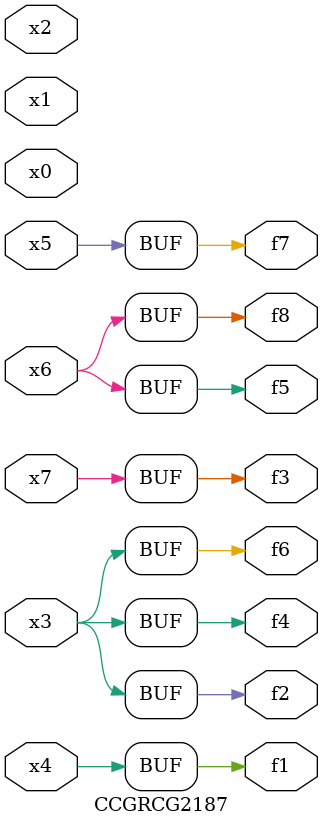
<source format=v>
module CCGRCG2187(
	input x0, x1, x2, x3, x4, x5, x6, x7,
	output f1, f2, f3, f4, f5, f6, f7, f8
);
	assign f1 = x4;
	assign f2 = x3;
	assign f3 = x7;
	assign f4 = x3;
	assign f5 = x6;
	assign f6 = x3;
	assign f7 = x5;
	assign f8 = x6;
endmodule

</source>
